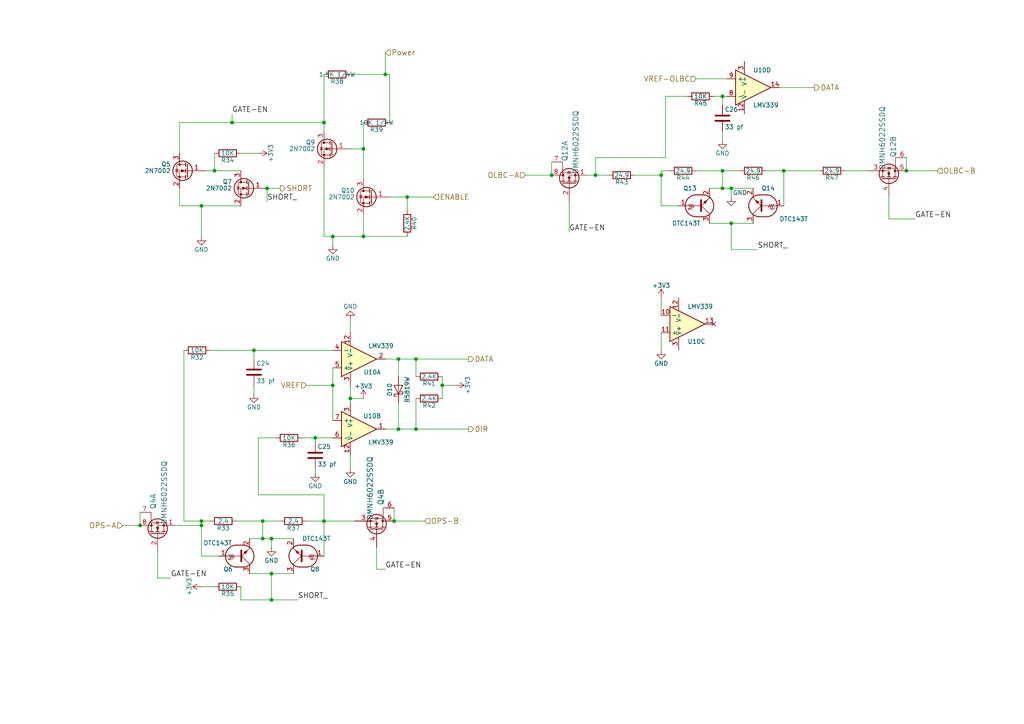
<source format=kicad_sch>
(kicad_sch (version 20211123) (generator eeschema)
  (paper "A4")
  (title_block (title "Pocket Beagle DCC Command Station (SMD version)") (date "2021-04-09") (rev "A") (company "Deepwoods Software") (comment 1 "Railcom Interface"))
  (lib_symbols
    (symbol "PocketBeagleCommandStation_SMD-rescue:+3.3V" (power) (pin_names (offset 0))
      (property "Value" "+3.3V" (at 0 3.556 0))
      (symbol "+3.3V_0_1"
        (polyline (pts (xy -0.762 1.27) (xy 0 2.54)))
        (polyline (pts (xy 0 0) (xy 0 2.54)))
        (polyline (pts (xy 0 2.54) (xy 0.762 1.27)))
      )
      (symbol "+3.3V_1_1"
        (pin power_in line (at 0 0 90) (length 0) hide (name "+3V3") (number "1"))
      )
    )
    (symbol "PocketBeagleCommandStation_SMD-rescue:2N7002" (pin_names (offset 0) hide)
      (property "Reference" "Q" (at 5.08 1.905 0))
      (property "Value" "2N7002" (at 5.08 0 0))
      (symbol "2N7002_0_1"
        (polyline (pts (xy 0.762 -1.778) (xy 2.54 -1.778)))
        (polyline (pts (xy 0.762 -1.27) (xy 0.762 -2.286)) (stroke (width 0.254)))
        (polyline (pts (xy 0.762 0) (xy 2.54 0)))
        (polyline (pts (xy 0.762 0.508) (xy 0.762 -0.508)) (stroke (width 0.254)))
        (polyline (pts (xy 0.762 1.778) (xy 2.54 1.778)))
        (polyline (pts (xy 0.762 2.286) (xy 0.762 1.27)) (stroke (width 0.254)))
        (polyline (pts (xy 2.54 -1.778) (xy 2.54 -2.54)))
        (polyline (pts (xy 2.54 -1.778) (xy 2.54 0)))
        (polyline (pts (xy 2.54 2.54) (xy 2.54 1.778)))
        (polyline (pts (xy 0.254 1.905) (xy 0.254 -1.905) (xy 0.254 -1.905)) (stroke (width 0.254)))
        (polyline (pts (xy 1.016 0) (xy 2.032 0.381) (xy 2.032 -0.381) (xy 1.016 0)) (fill (type outline)))
        (polyline (pts (xy 2.54 -1.778) (xy 3.302 -1.778) (xy 3.302 1.778) (xy 2.54 1.778)))
        (polyline (pts (xy 2.794 0.508) (xy 2.921 0.381) (xy 3.683 0.381) (xy 3.81 0.254)))
        (polyline (pts (xy 3.302 0.381) (xy 2.921 -0.254) (xy 3.683 -0.254) (xy 3.302 0.381)))
        (circle (center 1.651 0) (radius 2.8194) (stroke (width 0.254)))
        (circle (center 2.54 -1.778) (radius 0.2794) (fill (type outline)))
        (circle (center 2.54 1.778) (radius 0.2794) (fill (type outline)))
      )
      (symbol "2N7002_1_1"
        (pin input line (at -5.08 0 0) (length 5.334) (name "G") (number "1"))
        (pin passive line (at 2.54 -5.08 90) (length 2.54) (name "S") (number "2"))
        (pin passive line (at 2.54 5.08 270) (length 2.54) (name "D") (number "3"))
      )
    )
    (symbol "PocketBeagleCommandStation_SMD-rescue:C" (pin_numbers hide) (pin_names (offset 0.254))
      (property "Reference" "C" (at 0.635 2.54 0))
      (property "Value" "C" (at 0.635 -2.54 0))
      (symbol "C_0_1"
        (polyline (pts (xy -2.032 -0.762) (xy 2.032 -0.762)) (stroke (width 0.508)))
        (polyline (pts (xy -2.032 0.762) (xy 2.032 0.762)) (stroke (width 0.508)))
      )
      (symbol "C_1_1"
        (pin passive line (at 0 3.81 270) (length 2.794) (name "~") (number "1"))
        (pin passive line (at 0 -3.81 90) (length 2.794) (name "~") (number "2"))
      )
    )
    (symbol "PocketBeagleCommandStation_SMD-rescue:DTC143T" (pin_names (offset 0) hide)
      (property "Reference" "Q" (at 5.08 1.905 0))
      (property "Value" "DTC143T" (at 5.08 0 0))
      (symbol "DTC143T_0_0"
        (polyline (pts (xy 2.54 -2.286) (xy 2.54 -2.54)))
        (text "4k7" (at -3.048 0.889 0) (effects (font (size 0.508 0.508))))
      )
      (symbol "DTC143T_0_1"
        (arc (start -1.27 3.175) (mid -4.445 0) (end -1.27 -3.175) (stroke (width 0.254)))
        (polyline (pts (xy -3.429 0) (xy -3.81 0)))
        (polyline (pts (xy -1.27 -3.175) (xy 0.635 -3.175)) (stroke (width 0.254)))
        (polyline (pts (xy -1.27 3.175) (xy 0.635 3.175)) (stroke (width 0.254)))
        (polyline (pts (xy 0 -0.254) (xy 2.54 2.286)))
        (polyline (pts (xy 0.127 1.524) (xy 0.127 -1.651)) (stroke (width 0.508)) (fill (type outline)))
        (polyline (pts (xy 2.54 2.286) (xy 2.54 2.54)))
        (polyline (pts (xy 2.54 -2.286) (xy 0 0.254) (xy 0 0.254)))
        (polyline (pts (xy 0.889 -1.143) (xy 1.397 -0.635) (xy 1.905 -1.651) (xy 0.889 -1.143)) (fill (type outline)))
        (polyline (pts (xy 0 0) (xy -1.905 0) (xy -2.032 0.508) (xy -2.286 -0.508) (xy -2.54 0.508) (xy -2.794 -0.508) (xy -3.048 0.508) (xy -3.302 -0.508) (xy -3.429 0)))
        (arc (start 0.635 -3.175) (mid 3.81 0) (end 0.635 3.175) (stroke (width 0.254)))
      )
      (symbol "DTC143T_1_1"
        (pin input line (at -6.35 0 0) (length 2.54) (name "B") (number "1"))
        (pin passive line (at 2.54 -5.08 90) (length 2.54) (name "E") (number "2"))
        (pin passive line (at 2.54 5.08 270) (length 2.54) (name "C") (number "3"))
      )
    )
    (symbol "PocketBeagleCommandStation_SMD-rescue:D_Schottky" (pin_numbers hide) (pin_names (offset 1.016) hide)
      (property "Reference" "D" (at 0 2.54 0))
      (property "Value" "D_Schottky" (at 0 -2.54 0))
      (symbol "D_Schottky_0_1"
        (polyline (pts (xy 1.27 0) (xy -1.27 0)))
        (polyline (pts (xy 1.27 1.27) (xy 1.27 -1.27) (xy -1.27 0) (xy 1.27 1.27)) (stroke (width 0.2032)))
        (polyline (pts (xy -1.905 0.635) (xy -1.905 1.27) (xy -1.27 1.27) (xy -1.27 -1.27) (xy -0.635 -1.27) (xy -0.635 -0.635)) (stroke (width 0.2032)))
      )
      (symbol "D_Schottky_1_1"
        (pin passive line (at -3.81 0 0) (length 2.54) (name "K") (number "1"))
        (pin passive line (at 3.81 0 180) (length 2.54) (name "A") (number "2"))
      )
    )
    (symbol "PocketBeagleCommandStation_SMD-rescue:GND" (power) (pin_names (offset 0))
      (property "Value" "GND" (at 0 -3.81 0))
      (symbol "GND_0_1"
        (polyline (pts (xy 0 0) (xy 0 -1.27) (xy 1.27 -1.27) (xy 0 -2.54) (xy -1.27 -1.27) (xy 0 -1.27)))
      )
      (symbol "GND_1_1"
        (pin power_in line (at 0 0 270) (length 0) hide (name "GND") (number "1"))
      )
    )
    (symbol "PocketBeagleCommandStation_SMD-rescue:LM339"
      (property "Reference" "U" (at 0 5.08 0))
      (property "Value" "LM339" (at 0 -5.08 0))
      (symbol "LM339_0_1"
        (polyline (pts (xy -5.08 5.08) (xy 5.08 0) (xy -5.08 -5.08) (xy -5.08 5.08)) (stroke (width 0.254)) (fill (type background)))
        (pin power_in line (at -2.54 -7.62 90) (length 3.81) (name "V-") (number "12"))
        (pin power_in line (at -2.54 7.62 270) (length 3.81) (name "V+") (number "3"))
      )
      (symbol "LM339_1_1"
        (pin open_collector line (at 7.62 0 180) (length 2.54) (name "~") (number "2"))
        (pin input line (at -7.62 -2.54 0) (length 2.54) (name "-") (number "4"))
        (pin input line (at -7.62 2.54 0) (length 2.54) (name "+") (number "5"))
      )
      (symbol "LM339_2_1"
        (pin open_collector line (at 7.62 0 180) (length 2.54) (name "~") (number "1"))
        (pin input line (at -7.62 -2.54 0) (length 2.54) (name "-") (number "6"))
        (pin input line (at -7.62 2.54 0) (length 2.54) (name "+") (number "7"))
      )
      (symbol "LM339_3_1"
        (pin input line (at -7.62 -2.54 0) (length 2.54) (name "-") (number "10"))
        (pin input line (at -7.62 2.54 0) (length 2.54) (name "+") (number "11"))
        (pin open_collector line (at 7.62 0 180) (length 2.54) (name "~") (number "13"))
      )
      (symbol "LM339_4_1"
        (pin open_collector line (at 7.62 0 180) (length 2.54) (name "~") (number "14"))
        (pin input line (at -7.62 -2.54 0) (length 2.54) (name "-") (number "8"))
        (pin input line (at -7.62 2.54 0) (length 2.54) (name "+") (number "9"))
      )
    )
    (symbol "PocketBeagleCommandStation_SMD-rescue:R" (pin_numbers hide) (pin_names (offset 0))
      (property "Reference" "R" (at 2.032 0 90))
      (property "Value" "R" (at 0 0 90))
      (symbol "R_0_1"
        (rectangle (start -1.016 -2.54) (end 1.016 2.54) (stroke (width 0.254)))
      )
      (symbol "R_1_1"
        (pin passive line (at 0 3.81 270) (length 1.27) (name "~") (number "1"))
        (pin passive line (at 0 -3.81 90) (length 1.27) (name "~") (number "2"))
      )
    )
    (symbol "irf7351pbf:IRF7351PbF" (pin_names (offset 0) hide)
      (property "Reference" "Q" (at 9.525 1.27 0))
      (property "Value" "IRF7351PbF" (at 12.065 -1.905 0))
      (symbol "IRF7351PbF_0_1"
        (polyline (pts (xy 0.0508 0) (xy 0.254 0)))
        (polyline (pts (xy 0.762 -1.778) (xy 2.54 -1.778)))
        (polyline (pts (xy 0.762 -1.27) (xy 0.762 -2.286)) (stroke (width 0.254)))
        (polyline (pts (xy 0.762 0) (xy 2.54 0)))
        (polyline (pts (xy 0.762 0.508) (xy 0.762 -0.508)) (stroke (width 0.254)))
        (polyline (pts (xy 0.762 1.778) (xy 2.54 1.778)))
        (polyline (pts (xy 0.762 2.286) (xy 0.762 1.27)) (stroke (width 0.254)))
        (polyline (pts (xy 2.54 -1.778) (xy 2.54 -2.54)))
        (polyline (pts (xy 2.54 -1.778) (xy 2.54 0)))
        (polyline (pts (xy 2.54 2.54) (xy 2.54 1.778)))
        (polyline (pts (xy 0.254 1.905) (xy 0.254 -1.905) (xy 0.254 -1.905)) (stroke (width 0.254)))
        (polyline (pts (xy 6.35 2.54) (xy 6.35 1.905) (xy 2.54 1.905)))
        (polyline (pts (xy 1.016 0) (xy 2.032 0.381) (xy 2.032 -0.381) (xy 1.016 0)) (fill (type outline)))
        (polyline (pts (xy 2.54 -1.778) (xy 3.302 -1.778) (xy 3.302 1.778) (xy 2.54 1.778)))
        (polyline (pts (xy 2.794 0.508) (xy 2.921 0.381) (xy 3.683 0.381) (xy 3.81 0.254)))
        (polyline (pts (xy 3.302 0.381) (xy 2.921 -0.254) (xy 3.683 -0.254) (xy 3.302 0.381)))
        (circle (center 1.651 0) (radius 2.8194) (stroke (width 0.254)))
        (circle (center 2.54 -1.778) (radius 0.2794) (fill (type outline)))
        (circle (center 2.54 1.778) (radius 0.2794) (fill (type outline)))
      )
      (symbol "IRF7351PbF_1_1"
        (pin passive line (at 2.54 -5.08 90) (length 2.54) (name "S") (number "1"))
        (pin input line (at -5.08 0 0) (length 5.08) (name "G") (number "2"))
        (pin passive line (at 6.35 5.08 270) (length 2.54) (name "~") (number "7"))
        (pin passive line (at 2.54 5.08 270) (length 2.54) (name "D") (number "8"))
      )
      (symbol "IRF7351PbF_2_1"
        (pin passive line (at 2.54 -6.35 90) (length 5.08) (name "S") (number "3"))
        (pin input line (at -5.08 0 0) (length 5.08) (name "G") (number "4"))
        (pin passive line (at 2.54 5.08 270) (length 2.54) (name "D") (number "5"))
        (pin passive line (at 6.35 5.08 270) (length 2.54) (name "~") (number "6"))
      )
    )
  )
  (junction (at 77.47 54.61))
  (junction (at 105.41 43.18))
  (junction (at 58.42 152.4))
  (junction (at 101.6 115.57))
  (junction (at 111.76 21.59))
  (junction (at 262.89 49.53))
  (junction (at 120.65 124.46))
  (junction (at 115.57 124.46))
  (junction (at 78.74 166.37))
  (junction (at 96.52 68.58))
  (junction (at 105.41 68.58))
  (junction (at 160.02 50.8))
  (junction (at 58.42 151.13))
  (junction (at 78.74 156.21))
  (junction (at 67.31 35.56))
  (junction (at 227.33 49.53))
  (junction (at 73.66 101.6))
  (junction (at 209.55 54.61))
  (junction (at 40.64 152.4))
  (junction (at 93.98 151.13))
  (junction (at 128.27 111.76))
  (junction (at 114.3 151.13))
  (junction (at 212.09 64.77))
  (junction (at 212.09 54.61))
  (junction (at 58.42 59.69))
  (junction (at 91.44 127))
  (junction (at 191.77 50.8))
  (junction (at 96.52 111.76))
  (junction (at 209.55 27.94))
  (junction (at 118.11 57.15))
  (junction (at 76.2 156.21))
  (junction (at 115.57 104.14))
  (junction (at 120.65 104.14))
  (junction (at 78.74 173.99))
  (junction (at 62.23 49.53))
  (junction (at 93.98 35.56))
  (junction (at 172.72 50.8))
  (junction (at 76.2 151.13))
  (junction (at 209.55 49.53))
  (no_connect (at 207.01 93.98))
  (wire (pts (xy 78.74 158.75) (xy 78.74 156.21)))
  (wire (pts (xy 52.07 59.69) (xy 58.42 59.69)))
  (wire (pts (xy 212.09 54.61) (xy 218.44 54.61)))
  (wire (pts (xy 115.57 124.46) (xy 120.65 124.46)))
  (wire (pts (xy 111.76 15.24) (xy 111.76 21.59)))
  (wire (pts (xy 76.2 156.21) (xy 78.74 156.21)))
  (wire (pts (xy 113.03 57.15) (xy 118.11 57.15)))
  (wire (pts (xy 109.22 158.75) (xy 109.22 165.1)))
  (wire (pts (xy 201.93 49.53) (xy 209.55 49.53)))
  (wire (pts (xy 120.65 104.14) (xy 135.89 104.14)))
  (wire (pts (xy 96.52 68.58) (xy 96.52 71.12)))
  (wire (pts (xy 87.63 127) (xy 91.44 127)))
  (wire (pts (xy 58.42 151.13) (xy 60.96 151.13)))
  (wire (pts (xy 193.04 27.94) (xy 193.04 45.72)))
  (wire (pts (xy 67.31 35.56) (xy 93.98 35.56)))
  (wire (pts (xy 132.08 111.76) (xy 128.27 111.76)))
  (wire (pts (xy 93.98 48.26) (xy 93.98 68.58)))
  (wire (pts (xy 105.41 115.57) (xy 101.6 115.57)))
  (wire (pts (xy 209.55 30.48) (xy 209.55 27.94)))
  (wire (pts (xy 160.02 46.99) (xy 160.02 50.8)))
  (wire (pts (xy 67.31 33.02) (xy 67.31 35.56)))
  (wire (pts (xy 101.6 115.57) (xy 101.6 116.84)))
  (wire (pts (xy 105.41 68.58) (xy 118.11 68.58)))
  (wire (pts (xy 58.42 68.58) (xy 58.42 59.69)))
  (wire (pts (xy 45.72 160.02) (xy 45.72 167.64)))
  (wire (pts (xy 191.77 59.69) (xy 196.85 59.69)))
  (wire (pts (xy 91.44 127) (xy 96.52 127)))
  (wire (pts (xy 191.77 49.53) (xy 194.31 49.53)))
  (wire (pts (xy 96.52 106.68) (xy 96.52 111.76)))
  (wire (pts (xy 101.6 21.59) (xy 111.76 21.59)))
  (wire (pts (xy 96.52 68.58) (xy 105.41 68.58)))
  (wire (pts (xy 191.77 50.8) (xy 191.77 59.69)))
  (wire (pts (xy 210.82 22.86) (xy 201.93 22.86)))
  (wire (pts (xy 172.72 50.8) (xy 172.72 45.72)))
  (wire (pts (xy 205.74 54.61) (xy 209.55 54.61)))
  (wire (pts (xy 105.41 62.23) (xy 105.41 68.58)))
  (wire (pts (xy 120.65 115.57) (xy 120.65 124.46)))
  (wire (pts (xy 271.78 49.53) (xy 262.89 49.53)))
  (wire (pts (xy 207.01 27.94) (xy 209.55 27.94)))
  (wire (pts (xy 58.42 170.18) (xy 62.23 170.18)))
  (wire (pts (xy 93.98 143.51) (xy 93.98 151.13)))
  (wire (pts (xy 219.71 72.39) (xy 212.09 72.39)))
  (wire (pts (xy 53.34 151.13) (xy 58.42 151.13)))
  (wire (pts (xy 78.74 166.37) (xy 85.09 166.37)))
  (wire (pts (xy 50.8 152.4) (xy 58.42 152.4)))
  (wire (pts (xy 93.98 151.13) (xy 93.98 161.29)))
  (wire (pts (xy 128.27 111.76) (xy 128.27 115.57)))
  (wire (pts (xy 101.6 111.76) (xy 101.6 115.57)))
  (wire (pts (xy 72.39 156.21) (xy 76.2 156.21)))
  (wire (pts (xy 74.93 143.51) (xy 74.93 127)))
  (wire (pts (xy 172.72 45.72) (xy 193.04 45.72)))
  (wire (pts (xy 58.42 152.4) (xy 58.42 161.29)))
  (wire (pts (xy 105.41 43.18) (xy 105.41 52.07)))
  (wire (pts (xy 96.52 111.76) (xy 96.52 121.92)))
  (wire (pts (xy 222.25 49.53) (xy 227.33 49.53)))
  (wire (pts (xy 123.19 151.13) (xy 114.3 151.13)))
  (wire (pts (xy 93.98 143.51) (xy 74.93 143.51)))
  (wire (pts (xy 91.44 135.89) (xy 91.44 137.16)))
  (wire (pts (xy 40.64 148.59) (xy 40.64 152.4)))
  (wire (pts (xy 73.66 104.14) (xy 73.66 101.6)))
  (wire (pts (xy 176.53 50.8) (xy 172.72 50.8)))
  (wire (pts (xy 236.22 25.4) (xy 226.06 25.4)))
  (wire (pts (xy 101.6 92.71) (xy 101.6 96.52)))
  (wire (pts (xy 62.23 44.45) (xy 62.23 49.53)))
  (wire (pts (xy 209.55 49.53) (xy 214.63 49.53)))
  (wire (pts (xy 40.64 152.4) (xy 35.56 152.4)))
  (wire (pts (xy 78.74 156.21) (xy 85.09 156.21)))
  (wire (pts (xy 205.74 64.77) (xy 212.09 64.77)))
  (wire (pts (xy 105.41 35.56) (xy 105.41 43.18)))
  (wire (pts (xy 257.81 57.15) (xy 257.81 63.5)))
  (wire (pts (xy 93.98 151.13) (xy 102.87 151.13)))
  (wire (pts (xy 68.58 151.13) (xy 76.2 151.13)))
  (wire (pts (xy 120.65 109.22) (xy 120.65 104.14)))
  (wire (pts (xy 160.02 50.8) (xy 152.4 50.8)))
  (wire (pts (xy 209.55 49.53) (xy 209.55 54.61)))
  (wire (pts (xy 74.93 127) (xy 80.01 127)))
  (wire (pts (xy 165.1 58.42) (xy 165.1 67.31)))
  (wire (pts (xy 62.23 49.53) (xy 69.85 49.53)))
  (wire (pts (xy 191.77 96.52) (xy 191.77 101.6)))
  (wire (pts (xy 59.69 49.53) (xy 62.23 49.53)))
  (wire (pts (xy 120.65 124.46) (xy 135.89 124.46)))
  (wire (pts (xy 128.27 109.22) (xy 128.27 111.76)))
  (wire (pts (xy 209.55 27.94) (xy 210.82 27.94)))
  (wire (pts (xy 191.77 50.8) (xy 184.15 50.8)))
  (wire (pts (xy 58.42 151.13) (xy 58.42 152.4)))
  (wire (pts (xy 45.72 167.64) (xy 49.53 167.64)))
  (wire (pts (xy 193.04 27.94) (xy 199.39 27.94)))
  (wire (pts (xy 69.85 173.99) (xy 69.85 170.18)))
  (wire (pts (xy 113.03 21.59) (xy 113.03 35.56)))
  (wire (pts (xy 53.34 101.6) (xy 53.34 151.13)))
  (wire (pts (xy 257.81 63.5) (xy 265.43 63.5)))
  (wire (pts (xy 78.74 173.99) (xy 86.36 173.99)))
  (wire (pts (xy 52.07 54.61) (xy 52.07 59.69)))
  (wire (pts (xy 74.93 44.45) (xy 69.85 44.45)))
  (wire (pts (xy 109.22 165.1) (xy 111.76 165.1)))
  (wire (pts (xy 60.96 101.6) (xy 73.66 101.6)))
  (wire (pts (xy 172.72 50.8) (xy 170.18 50.8)))
  (wire (pts (xy 76.2 151.13) (xy 76.2 156.21)))
  (wire (pts (xy 111.76 104.14) (xy 115.57 104.14)))
  (wire (pts (xy 88.9 151.13) (xy 93.98 151.13)))
  (wire (pts (xy 91.44 128.27) (xy 91.44 127)))
  (wire (pts (xy 209.55 54.61) (xy 212.09 54.61)))
  (wire (pts (xy 81.28 54.61) (xy 77.47 54.61)))
  (wire (pts (xy 251.46 49.53) (xy 245.11 49.53)))
  (wire (pts (xy 114.3 151.13) (xy 114.3 147.32)))
  (wire (pts (xy 73.66 111.76) (xy 73.66 114.3)))
  (wire (pts (xy 58.42 161.29) (xy 63.5 161.29)))
  (wire (pts (xy 101.6 132.08) (xy 101.6 135.89)))
  (wire (pts (xy 76.2 151.13) (xy 81.28 151.13)))
  (wire (pts (xy 115.57 104.14) (xy 115.57 109.22)))
  (wire (pts (xy 209.55 38.1) (xy 209.55 40.64)))
  (wire (pts (xy 58.42 59.69) (xy 69.85 59.69)))
  (wire (pts (xy 69.85 173.99) (xy 78.74 173.99)))
  (wire (pts (xy 118.11 57.15) (xy 118.11 60.96)))
  (wire (pts (xy 191.77 49.53) (xy 191.77 50.8)))
  (wire (pts (xy 212.09 72.39) (xy 212.09 64.77)))
  (wire (pts (xy 111.76 21.59) (xy 113.03 21.59)))
  (wire (pts (xy 73.66 101.6) (xy 96.52 101.6)))
  (wire (pts (xy 115.57 116.84) (xy 115.57 124.46)))
  (wire (pts (xy 191.77 91.44) (xy 191.77 86.36)))
  (wire (pts (xy 118.11 57.15) (xy 125.73 57.15)))
  (wire (pts (xy 93.98 21.59) (xy 93.98 35.56)))
  (wire (pts (xy 111.76 124.46) (xy 115.57 124.46)))
  (wire (pts (xy 72.39 166.37) (xy 78.74 166.37)))
  (wire (pts (xy 115.57 104.14) (xy 120.65 104.14)))
  (wire (pts (xy 101.6 43.18) (xy 105.41 43.18)))
  (wire (pts (xy 227.33 49.53) (xy 237.49 49.53)))
  (wire (pts (xy 52.07 35.56) (xy 67.31 35.56)))
  (wire (pts (xy 212.09 57.15) (xy 212.09 54.61)))
  (wire (pts (xy 88.9 111.76) (xy 96.52 111.76)))
  (wire (pts (xy 52.07 35.56) (xy 52.07 44.45)))
  (wire (pts (xy 227.33 59.69) (xy 227.33 49.53)))
  (wire (pts (xy 212.09 64.77) (xy 218.44 64.77)))
  (wire (pts (xy 93.98 68.58) (xy 96.52 68.58)))
  (wire (pts (xy 78.74 173.99) (xy 78.74 166.37)))
  (wire (pts (xy 77.47 54.61) (xy 77.47 58.42)))
  (wire (pts (xy 93.98 35.56) (xy 93.98 38.1)))
  (wire (pts (xy 262.89 49.53) (xy 262.89 45.72)))
  (label "GATE-EN" (at 49.53 167.64 0) (effects (font (size 1.524 1.524))))
  (label "SHORT_" (at 219.71 72.39 0) (effects (font (size 1.524 1.524))))
  (label "GATE-EN" (at 67.31 33.02 0) (effects (font (size 1.524 1.524))))
  (label "GATE-EN" (at 165.1 67.31 0) (effects (font (size 1.524 1.524))))
  (label "SHORT_" (at 86.36 173.99 0) (effects (font (size 1.524 1.524))))
  (label "GATE-EN" (at 111.76 165.1 0) (effects (font (size 1.524 1.524))))
  (label "SHORT_" (at 77.47 58.42 0) (effects (font (size 1.524 1.524))))
  (label "GATE-EN" (at 265.43 63.5 0) (effects (font (size 1.524 1.524))))
  (hierarchical_label "ENABLE" (shape input) (at 125.73 57.15 0) (effects (font (size 1.524 1.524))))
  (hierarchical_label "OLBC-B" (shape input) (at 271.78 49.53 0) (effects (font (size 1.524 1.524))))
  (hierarchical_label "DIR" (shape output) (at 135.89 124.46 0) (effects (font (size 1.524 1.524))))
  (hierarchical_label "DATA" (shape output) (at 236.22 25.4 0) (effects (font (size 1.524 1.524))))
  (hierarchical_label "OPS-A" (shape input) (at 35.56 152.4 180) (effects (font (size 1.524 1.524))))
  (hierarchical_label "VREF-OLBC" (shape input) (at 201.93 22.86 180) (effects (font (size 1.524 1.524))))
  (hierarchical_label "Power" (shape input) (at 111.76 15.24 0) (effects (font (size 1.524 1.524))))
  (hierarchical_label "OLBC-A" (shape input) (at 152.4 50.8 180) (effects (font (size 1.524 1.524))))
  (hierarchical_label "OPS-B" (shape input) (at 123.19 151.13 0) (effects (font (size 1.524 1.524))))
  (hierarchical_label "VREF" (shape input) (at 88.9 111.76 180) (effects (font (size 1.524 1.524))))
  (hierarchical_label "DATA" (shape output) (at 135.89 104.14 0) (effects (font (size 1.524 1.524))))
  (hierarchical_label "SHORT" (shape output) (at 81.28 54.61 0) (effects (font (size 1.524 1.524))))
  (symbol (lib_id "PocketBeagleCommandStation_SMD-rescue:R") (at 66.04 44.45 270) (unit 1)
    (property "Reference" "R34" (at 66.04 46.482 90))
    (property "Value" "10K" (at 66.04 44.45 90))
    (property "Footprint" "Resistors_SMD:R_0603" (effects hide))
    (property "Mouser Part Number" "279-CRGCQ0603F10K" (effects hide))
    (property "LCSC" "C4210728" (effects hide))
  )
  (symbol (lib_id "PocketBeagleCommandStation_SMD-rescue:R") (at 118.11 64.77 0) (unit 1)
    (property "Reference" "R40" (at 120.142 64.77 90))
    (property "Value" "2.4K" (at 118.11 64.77 90))
    (property "Footprint" "Resistors_SMD:R_0603" (effects hide))
    (property "Mouser Part Number" "667-ERJ-3EKF2401V" (effects hide))
    (property "LCSC" "C403093" (effects hide))
  )
  (symbol (lib_id "PocketBeagleCommandStation_SMD-rescue:R") (at 109.22 35.56 270) (unit 1)
    (property "Reference" "R39" (at 109.22 37.592 90))
    (property "Value" "10K 1/4W" (at 109.22 35.56 90))
    (property "Footprint" "Resistors_SMD:R_1206" (effects hide))
    (property "Mouser Part Number" "279-CRGCQ1206F10K" (effects hide))
    (property "LCSC" "C4301768" (effects hide))
  )
  (symbol (lib_id "PocketBeagleCommandStation_SMD-rescue:R") (at 97.79 21.59 270) (unit 1)
    (property "Reference" "R38" (at 97.79 23.622 90))
    (property "Value" "1.5K 1/4W" (at 97.79 21.59 90))
    (property "Footprint" "Resistors_SMD:R_1206" (effects hide))
    (property "Mouser Part Number" "71-CRCW12061K50FKEAC" (effects hide))
    (property "LCSC" "C4159482" (effects hide))
  )
  (symbol (lib_id "PocketBeagleCommandStation_SMD-rescue:GND") (at 96.52 71.12 0) (unit 1)
    (property "Reference" "#PWR055" (effects hide))
    (property "Value" "GND" (at 96.52 74.93 0))
  )
  (symbol (lib_id "PocketBeagleCommandStation_SMD-rescue:GND") (at 58.42 68.58 0) (unit 1)
    (property "Reference" "#PWR056" (effects hide))
    (property "Value" "GND" (at 58.42 72.39 0))
  )
  (symbol (lib_id "PocketBeagleCommandStation_SMD-rescue:+3.3V") (at 74.93 44.45 270) (unit 1)
    (property "Reference" "#PWR057" (effects hide))
    (property "Value" "+3.3V" (at 78.486 44.45 0))
  )
  (symbol (lib_id "PocketBeagleCommandStation_SMD-rescue:LM339") (at 104.14 104.14 0) (mirror x) (unit 1)
    (property "Reference" "U10" (at 107.95 107.95 0))
    (property "Value" "LMV339" (at 110.49 100.33 0))
    (property "Footprint" "Housings_SSOP:TSSOP-14_4.4x5mm_Pitch0.65mm" (effects hide))
    (property "Mouser Part Number" "511-LMV339IPT" (effects hide))
    (property "LCSC" "C4159482" (effects hide))
  )
  (symbol (lib_id "PocketBeagleCommandStation_SMD-rescue:LM339") (at 104.14 124.46 0) (unit 2)
    (property "Reference" "U10" (at 107.95 120.65 0))
    (property "Value" "LMV339" (at 110.49 128.27 0))
    (property "Footprint" "Housings_SSOP:TSSOP-14_4.4x5mm_Pitch0.65mm" (effects hide))
    (property "Mouser Part Number" "511-LMV339IPT" (effects hide))
    (property "LCSC" "C4159482" (effects hide))
  )
  (symbol (lib_id "PocketBeagleCommandStation_SMD-rescue:D_Schottky") (at 115.57 113.03 90) (unit 1)
    (property "Reference" "D10" (at 113.03 113.03 0))
    (property "Value" "B5819W" (at 118.11 113.03 0))
    (property "Footprint" "Diodes_SMD:D_SOD-323" (effects hide))
    (property "Mouser Part Number" "833-B5819WS-TP" (effects hide))
    (property "LCSC" "C42379448" (effects hide))
  )
  (symbol (lib_id "PocketBeagleCommandStation_SMD-rescue:R") (at 57.15 101.6 270) (unit 1)
    (property "Reference" "R32" (at 57.15 103.632 90))
    (property "Value" "10K" (at 57.15 101.6 90))
    (property "Footprint" "Resistors_SMD:R_0603" (effects hide))
    (property "Mouser Part Number" "279-CRGCQ0603F10K" (effects hide))
    (property "LCSC" "C4210728" (effects hide))
  )
  (symbol (lib_id "PocketBeagleCommandStation_SMD-rescue:R") (at 83.82 127 270) (unit 1)
    (property "Reference" "R36" (at 83.82 129.032 90))
    (property "Value" "10K" (at 83.82 127 90))
    (property "Footprint" "Resistors_SMD:R_0603" (effects hide))
    (property "Mouser Part Number" "279-CRGCQ0603F10K" (effects hide))
    (property "LCSC" "C4210728" (effects hide))
  )
  (symbol (lib_id "PocketBeagleCommandStation_SMD-rescue:R") (at 85.09 151.13 270) (unit 1)
    (property "Reference" "R37" (at 85.09 153.162 90))
    (property "Value" "2.4" (at 85.09 151.13 90))
    (property "Footprint" "Resistors_SMD:R_1206" (effects hide))
    (property "Mouser Part Number" "71-CRCW12062R40FKEA" (effects hide))
    (property "LCSC" "C2091589" (effects hide))
  )
  (symbol (lib_id "PocketBeagleCommandStation_SMD-rescue:R") (at 64.77 151.13 270) (unit 1)
    (property "Reference" "R33" (at 64.77 153.162 90))
    (property "Value" "2.4" (at 64.77 151.13 90))
    (property "Footprint" "Resistors_SMD:R_1206" (effects hide))
    (property "Mouser Part Number" "71-CRCW12062R40FKEA" (effects hide))
    (property "LCSC" "C2091589" (effects hide))
  )
  (symbol (lib_id "PocketBeagleCommandStation_SMD-rescue:R") (at 124.46 109.22 270) (unit 1)
    (property "Reference" "R41" (at 124.46 111.252 90))
    (property "Value" "2.4K" (at 124.46 109.22 90))
    (property "Footprint" "Resistors_SMD:R_0603" (effects hide))
    (property "Mouser Part Number" "667-ERJ-3EKF2401V" (effects hide))
    (property "LCSC" "C403093" (effects hide))
  )
  (symbol (lib_id "PocketBeagleCommandStation_SMD-rescue:R") (at 124.46 115.57 270) (unit 1)
    (property "Reference" "R42" (at 124.46 117.602 90))
    (property "Value" "2.4K" (at 124.46 115.57 90))
    (property "Footprint" "Resistors_SMD:R_0603" (effects hide))
    (property "Mouser Part Number" "667-ERJ-3EKF2401V" (effects hide))
    (property "LCSC" "C403093" (effects hide))
  )
  (symbol (lib_id "PocketBeagleCommandStation_SMD-rescue:R") (at 66.04 170.18 270) (unit 1)
    (property "Reference" "R35" (at 66.04 172.212 90))
    (property "Value" "10K" (at 66.04 170.18 90))
    (property "Footprint" "Resistors_SMD:R_0603" (effects hide))
    (property "Mouser Part Number" "279-CRGCQ0603F10K " (effects hide))
    (property "LCSC" "C4210728" (effects hide))
  )
  (symbol (lib_id "PocketBeagleCommandStation_SMD-rescue:+3.3V") (at 58.42 170.18 90) (unit 1)
    (property "Reference" "#PWR058" (effects hide))
    (property "Value" "+3.3V" (at 54.864 170.18 0))
  )
  (symbol (lib_id "PocketBeagleCommandStation_SMD-rescue:GND") (at 78.74 158.75 0) (unit 1)
    (property "Reference" "#PWR059" (effects hide))
    (property "Value" "GND" (at 78.74 162.56 0))
  )
  (symbol (lib_id "PocketBeagleCommandStation_SMD-rescue:GND") (at 73.66 114.3 0) (unit 1)
    (property "Reference" "#PWR060" (effects hide))
    (property "Value" "GND" (at 73.66 118.11 0))
  )
  (symbol (lib_id "PocketBeagleCommandStation_SMD-rescue:GND") (at 91.44 137.16 0) (unit 1)
    (property "Reference" "#PWR061" (effects hide))
    (property "Value" "GND" (at 91.44 140.97 0))
  )
  (symbol (lib_id "PocketBeagleCommandStation_SMD-rescue:GND") (at 101.6 135.89 0) (unit 1)
    (property "Reference" "#PWR062" (effects hide))
    (property "Value" "GND" (at 101.6 139.7 0))
  )
  (symbol (lib_id "PocketBeagleCommandStation_SMD-rescue:+3.3V") (at 105.41 115.57 0) (unit 1)
    (property "Reference" "#PWR063" (effects hide))
    (property "Value" "+3.3V" (at 105.41 112.014 0))
  )
  (symbol (lib_id "PocketBeagleCommandStation_SMD-rescue:+3.3V") (at 132.08 111.76 270) (unit 1)
    (property "Reference" "#PWR064" (effects hide))
    (property "Value" "+3.3V" (at 135.636 111.76 0))
  )
  (symbol (lib_id "PocketBeagleCommandStation_SMD-rescue:GND") (at 101.6 92.71 180) (unit 1)
    (property "Reference" "#PWR065" (effects hide))
    (property "Value" "GND" (at 101.6 88.9 0))
  )
  (symbol (lib_id "PocketBeagleCommandStation_SMD-rescue:R") (at 218.44 49.53 270) (unit 1)
    (property "Reference" "R46" (at 218.44 51.562 90))
    (property "Value" "24.9" (at 218.44 49.53 90))
    (property "Footprint" "Resistors_SMD:R_1206" (effects hide))
    (property "Mouser Part Number" "652-CRT1206DY24R9ELF" (effects hide))
    (property "LCSC" "C1699664" (effects hide))
  )
  (symbol (lib_id "PocketBeagleCommandStation_SMD-rescue:R") (at 198.12 49.53 270) (unit 1)
    (property "Reference" "R44" (at 198.12 51.562 90))
    (property "Value" "24.9" (at 198.12 49.53 90))
    (property "Footprint" "Resistors_SMD:R_1206" (effects hide))
    (property "Mouser Part Number" "652-CRT1206DY24R9ELF" (effects hide))
    (property "LCSC" "C1699664" (effects hide))
  )
  (symbol (lib_id "PocketBeagleCommandStation_SMD-rescue:GND") (at 212.09 57.15 0) (unit 1)
    (property "Reference" "#PWR066" (effects hide))
    (property "Value" "GND" (at 214.63 55.88 0))
  )
  (symbol (lib_id "PocketBeagleCommandStation_SMD-rescue:R") (at 180.34 50.8 270) (unit 1)
    (property "Reference" "R43" (at 180.34 52.832 90))
    (property "Value" "24.9" (at 180.34 50.8 90))
    (property "Footprint" "Resistors_SMD:R_1206" (effects hide))
    (property "Mouser Part Number" "652-CRT1206DY24R9ELF" (effects hide))
    (property "LCSC" "C1699664" (effects hide))
  )
  (symbol (lib_id "PocketBeagleCommandStation_SMD-rescue:R") (at 241.3 49.53 270) (unit 1)
    (property "Reference" "R47" (at 241.3 51.562 90))
    (property "Value" "24.9" (at 241.3 49.53 90))
    (property "Footprint" "Resistors_SMD:R_1206" (effects hide))
    (property "Mouser Part Number" "652-CRT1206DY24R9ELF" (effects hide))
    (property "LCSC" "C1699664" (effects hide))
  )
  (symbol (lib_id "PocketBeagleCommandStation_SMD-rescue:LM339") (at 218.44 25.4 0) (unit 4)
    (property "Reference" "U10" (at 218.44 20.32 0) (effects (justify left)))
    (property "Value" "LMV339" (at 218.44 30.48 0) (effects (justify left)))
    (property "Footprint" "Housings_SSOP:TSSOP-14_4.4x5mm_Pitch0.65mm" (effects hide))
    (property "Mouser Part Number" "511-LMV339IPT" (effects hide))
    (property "LCSC" "C4159482" (effects hide))
  )
  (symbol (lib_id "PocketBeagleCommandStation_SMD-rescue:LM339") (at 199.39 93.98 0) (mirror x) (unit 3)
    (property "Reference" "U10" (at 199.39 99.06 0) (effects (justify left)))
    (property "Value" "LMV339" (at 199.39 88.9 0) (effects (justify left)))
    (property "Footprint" "Housings_SSOP:TSSOP-14_4.4x5mm_Pitch0.65mm" (effects hide))
    (property "Mouser Part Number" "511-LMV339IPT" (effects hide))
    (property "LCSC" "C4159482" (effects hide))
  )
  (symbol (lib_id "PocketBeagleCommandStation_SMD-rescue:C") (at 73.66 107.95 0) (unit 1)
    (property "Reference" "C24" (at 74.295 105.41 0) (effects (justify left)))
    (property "Value" "33 pf" (at 74.295 110.49 0) (effects (justify left)))
    (property "Footprint" "Capacitors_SMD:C_0603" (effects hide))
    (property "Mouser Part Number" "187-CL10C330JB8NNNC" (effects hide))
    (property "LCSC" "C5137624" (effects hide))
  )
  (symbol (lib_id "PocketBeagleCommandStation_SMD-rescue:C") (at 91.44 132.08 0) (unit 1)
    (property "Reference" "C25" (at 92.075 129.54 0) (effects (justify left)))
    (property "Value" "33 pf" (at 92.075 134.62 0) (effects (justify left)))
    (property "Footprint" "Capacitors_SMD:C_0603" (effects hide))
    (property "Mouser Part Number" "187-CL10C330JB8NNNC" (effects hide))
    (property "LCSC" "C5137624" (effects hide))
  )
  (symbol (lib_id "PocketBeagleCommandStation_SMD-rescue:R") (at 203.2 27.94 270) (unit 1)
    (property "Reference" "R45" (at 203.2 29.972 90))
    (property "Value" "10K" (at 203.2 27.94 90))
    (property "Footprint" "Resistors_SMD:R_0603" (effects hide))
    (property "Mouser Part Number" "279-CRGCQ0603F10K" (effects hide))
    (property "LCSC" "C4210728" (effects hide))
  )
  (symbol (lib_id "PocketBeagleCommandStation_SMD-rescue:C") (at 209.55 34.29 0) (unit 1)
    (property "Reference" "C26" (at 210.185 31.75 0) (effects (justify left)))
    (property "Value" "33 pf" (at 210.185 36.83 0) (effects (justify left)))
    (property "Footprint" "Capacitors_SMD:C_0603" (effects hide))
    (property "Mouser Part Number" "187-CL10C330JB8NNNC" (effects hide))
    (property "LCSC" "C5137624" (effects hide))
  )
  (symbol (lib_id "PocketBeagleCommandStation_SMD-rescue:GND") (at 209.55 40.64 0) (unit 1)
    (property "Reference" "#PWR067" (effects hide))
    (property "Value" "GND" (at 209.55 44.45 0))
  )
  (symbol (lib_id "PocketBeagleCommandStation_SMD-rescue:+3.3V") (at 191.77 86.36 0) (unit 1)
    (property "Reference" "#PWR068" (effects hide))
    (property "Value" "+3.3V" (at 191.77 82.804 0))
  )
  (symbol (lib_id "PocketBeagleCommandStation_SMD-rescue:GND") (at 191.77 101.6 0) (unit 1)
    (property "Reference" "#PWR069" (effects hide))
    (property "Value" "GND" (at 191.77 105.41 0))
  )
  (symbol (lib_id "irf7351pbf:IRF7351PbF") (at 45.72 154.94 90) (unit 1)
    (property "Reference" "Q4" (at 44.45 145.415 0) (effects (font (size 1.524 1.524))))
    (property "Value" "DMNH6022SSDQ" (at 47.625 142.875 0) (effects (font (size 1.524 1.524))))
    (property "Footprint" "Housings_SOIC:SOIC-8_3.9x4.9mm_Pitch1.27mm" (effects hide))
    (property "Mouser Part Number" "621-DMNH6022SSDQ-13" (effects hide))
    (property "LCSC" "C5248886" (effects hide))
  )
  (symbol (lib_id "irf7351pbf:IRF7351PbF") (at 109.22 153.67 270) (mirror x) (unit 2)
    (property "Reference" "Q4" (at 110.49 144.145 0) (effects (font (size 1.524 1.524))))
    (property "Value" "DMNH6022SSDQ" (at 107.315 141.605 0) (effects (font (size 1.524 1.524))))
    (property "Footprint" "Housings_SOIC:SOIC-8_3.9x4.9mm_Pitch1.27mm" (effects hide))
  )
  (symbol (lib_id "irf7351pbf:IRF7351PbF") (at 165.1 53.34 90) (unit 1)
    (property "Reference" "Q12" (at 163.83 43.815 0) (effects (font (size 1.524 1.524))))
    (property "Value" "DMNH6022SSDQ" (at 167.005 41.275 0) (effects (font (size 1.524 1.524))))
    (property "Footprint" "Housings_SOIC:SOIC-8_3.9x4.9mm_Pitch1.27mm" (effects hide))
    (property "Mouser Part Number" "621-DMNH6022SSDQ-13" (effects hide))
    (property "LCSC" "C5248886" (effects hide))
  )
  (symbol (lib_id "irf7351pbf:IRF7351PbF") (at 257.81 52.07 270) (mirror x) (unit 2)
    (property "Reference" "Q12" (at 259.08 42.545 0) (effects (font (size 1.524 1.524))))
    (property "Value" "DMNH6022SSDQ" (at 255.905 40.005 0) (effects (font (size 1.524 1.524))))
    (property "Footprint" "Housings_SOIC:SOIC-8_3.9x4.9mm_Pitch1.27mm" (effects hide))
  )
  (symbol (lib_id "PocketBeagleCommandStation_SMD-rescue:2N7002") (at 54.61 49.53 0) (mirror y) (unit 1)
    (property "Reference" "Q5" (at 49.53 47.625 0) (effects (justify left)))
    (property "Value" "2N7002" (at 49.53 49.53 0) (effects (justify left)))
    (property "Footprint" "TO_SOT_Packages_SMD:SOT-23" (effects hide))
    (property "Mouser Part Number" "512-2N7002" (effects hide))
    (property "LCSC" "C22446827" (effects hide))
  )
  (symbol (lib_id "PocketBeagleCommandStation_SMD-rescue:2N7002") (at 72.39 54.61 0) (mirror y) (unit 1)
    (property "Reference" "Q7" (at 67.31 52.705 0) (effects (justify left)))
    (property "Value" "2N7002" (at 67.31 54.61 0) (effects (justify left)))
    (property "Footprint" "TO_SOT_Packages_SMD:SOT-23" (effects hide))
    (property "Mouser Part Number" "512-2N7002" (effects hide))
    (property "LCSC" "C22446827" (effects hide))
  )
  (symbol (lib_id "PocketBeagleCommandStation_SMD-rescue:2N7002") (at 96.52 43.18 0) (mirror y) (unit 1)
    (property "Reference" "Q9" (at 91.44 41.275 0) (effects (justify left)))
    (property "Value" "2N7002" (at 91.44 43.18 0) (effects (justify left)))
    (property "Footprint" "TO_SOT_Packages_SMD:SOT-23" (effects hide))
    (property "Mouser Part Number" "512-2N7002" (effects hide))
    (property "LCSC" "C22446827" (effects hide))
  )
  (symbol (lib_id "PocketBeagleCommandStation_SMD-rescue:2N7002") (at 107.95 57.15 0) (mirror y) (unit 1)
    (property "Reference" "Q10" (at 102.87 55.245 0) (effects (justify left)))
    (property "Value" "2N7002" (at 102.87 57.15 0) (effects (justify left)))
    (property "Footprint" "TO_SOT_Packages_SMD:SOT-23" (effects hide))
    (property "Mouser Part Number" "512-2N7002" (effects hide))
    (property "LCSC" "C22446827" (effects hide))
  )
  (symbol (lib_id "PocketBeagleCommandStation_SMD-rescue:DTC143T") (at 69.85 161.29 0) (mirror x) (unit 1)
    (property "Reference" "Q6" (at 64.77 165.1 0) (effects (justify left)))
    (property "Value" "DTC143T" (at 87.63 156.21 0) (effects (justify left)))
    (property "Footprint" "TO_SOT_Packages_SMD:SOT-323_SC-70" (effects hide))
    (property "Mouser Part Number" "863-NSBC143TPDXV6T1G" (effects hide))
    (property "LCSC" "C895114" (effects hide))
  )
  (symbol (lib_id "PocketBeagleCommandStation_SMD-rescue:DTC143T") (at 87.63 161.29 180) (unit 1)
    (property "Reference" "Q8" (at 92.71 165.1 0) (effects (justify left)))
    (property "Value" "DTC143T" (at 67.31 157.48 0) (effects (justify left)))
    (property "Footprint" "TO_SOT_Packages_SMD:SOT-323_SC-70" (effects hide))
    (property "Mouser Part Number" "863-NSBC143TPDXV6T1G" (effects hide))
    (property "LCSC" "C895114" (effects hide))
  )
  (symbol (lib_id "PocketBeagleCommandStation_SMD-rescue:DTC143T") (at 203.2 59.69 0) (mirror x) (unit 1)
    (property "Reference" "Q13" (at 198.12 54.61 0) (effects (justify left)))
    (property "Value" "DTC143T" (at 226.06 63.5 0) (effects (justify left)))
    (property "Footprint" "TO_SOT_Packages_SMD:SOT-323_SC-70" (effects hide))
    (property "Mouser Part Number" "863-NSBC143TPDXV6T1G" (effects hide))
    (property "LCSC" "C895114" (effects hide))
  )
  (symbol (lib_id "PocketBeagleCommandStation_SMD-rescue:DTC143T") (at 220.98 59.69 180) (unit 1)
    (property "Reference" "Q14" (at 224.79 54.61 0) (effects (justify left)))
    (property "Value" "DTC143T" (at 203.2 64.77 0) (effects (justify left)))
    (property "Footprint" "TO_SOT_Packages_SMD:SOT-323_SC-70" (effects hide))
    (property "Mouser Part Number" "863-NSBC143TPDXV6T1G" (effects hide))
    (property "LCSC" "C895114" (effects hide))
  )
)
</source>
